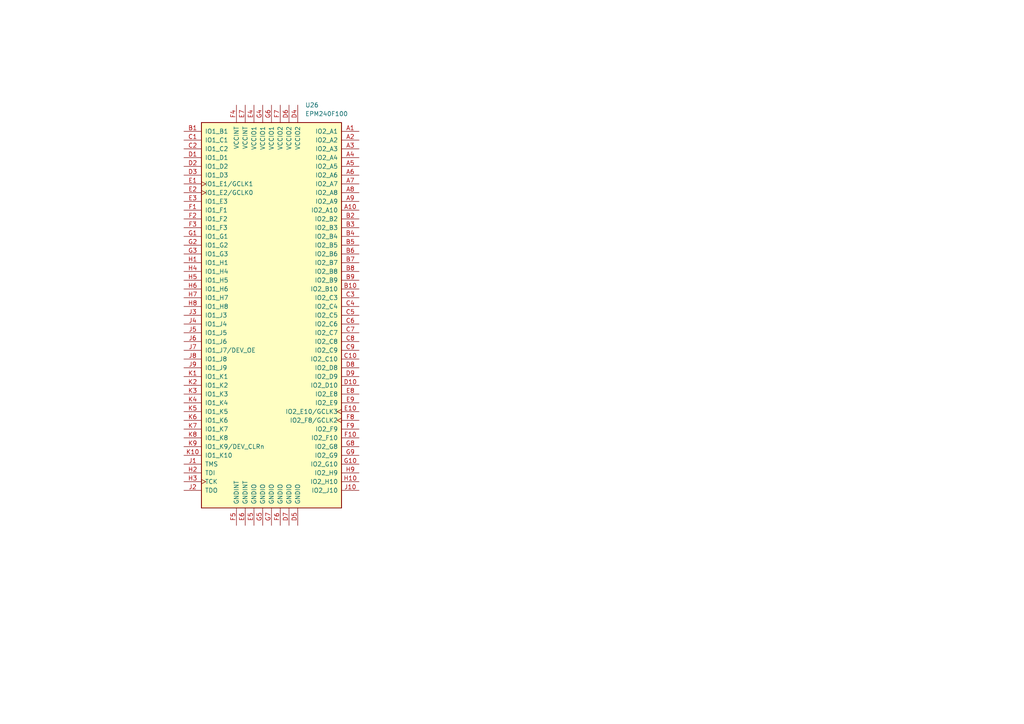
<source format=kicad_sch>
(kicad_sch (version 20250114) (generator "eeschema") (generator_version "9.0")
  (paper "A4")
  (lib_symbols
    (symbol "CPLD_Altera:EPM240F100" (pin_names (offset 1.016))
      (property "Reference" "U" (at 10.16 57.15 0))
      (property "Value" "EPM240F100" (at 10.16 -57.15 0))
      (symbol "EPM240F100_1_1"
        (rectangle (start -20.32 55.88) (end 20.32 -55.88) (stroke (width 0.254)) (fill (type background)))
        (pin bidirectional line (at -25.4 53.34 0) (length 5.08) (name "IO1_B1") (number "B1"))
        (pin bidirectional line (at -25.4 50.8 0) (length 5.08) (name "IO1_C1") (number "C1"))
        (pin bidirectional line (at -25.4 48.26 0) (length 5.08) (name "IO1_C2") (number "C2"))
        (pin bidirectional line (at -25.4 45.72 0) (length 5.08) (name "IO1_D1") (number "D1"))
        (pin bidirectional line (at -25.4 43.18 0) (length 5.08) (name "IO1_D2") (number "D2"))
        (pin bidirectional line (at -25.4 40.64 0) (length 5.08) (name "IO1_D3") (number "D3"))
        (pin bidirectional clock (at -25.4 38.1 0) (length 5.08) (name "IO1_E1/GCLK1") (number "E1"))
        (pin bidirectional clock (at -25.4 35.56 0) (length 5.08) (name "IO1_E2/GCLK0") (number "E2"))
        (pin bidirectional line (at -25.4 33.02 0) (length 5.08) (name "IO1_E3") (number "E3"))
        (pin bidirectional line (at -25.4 30.48 0) (length 5.08) (name "IO1_F1") (number "F1"))
        (pin bidirectional line (at -25.4 27.94 0) (length 5.08) (name "IO1_F2") (number "F2"))
        (pin bidirectional line (at -25.4 25.4 0) (length 5.08) (name "IO1_F3") (number "F3"))
        (pin bidirectional line (at -25.4 22.86 0) (length 5.08) (name "IO1_G1") (number "G1"))
        (pin bidirectional line (at -25.4 20.32 0) (length 5.08) (name "IO1_G2") (number "G2"))
        (pin bidirectional line (at -25.4 17.78 0) (length 5.08) (name "IO1_G3") (number "G3"))
        (pin bidirectional line (at -25.4 15.24 0) (length 5.08) (name "IO1_H1") (number "H1"))
        (pin bidirectional line (at -25.4 12.7 0) (length 5.08) (name "IO1_H4") (number "H4"))
        (pin bidirectional line (at -25.4 10.16 0) (length 5.08) (name "IO1_H5") (number "H5"))
        (pin bidirectional line (at -25.4 7.62 0) (length 5.08) (name "IO1_H6") (number "H6"))
        (pin bidirectional line (at -25.4 5.08 0) (length 5.08) (name "IO1_H7") (number "H7"))
        (pin bidirectional line (at -25.4 2.54 0) (length 5.08) (name "IO1_H8") (number "H8"))
        (pin bidirectional line (at -25.4 0 0) (length 5.08) (name "IO1_J3") (number "J3"))
        (pin bidirectional line (at -25.4 -2.54 0) (length 5.08) (name "IO1_J4") (number "J4"))
        (pin bidirectional line (at -25.4 -5.08 0) (length 5.08) (name "IO1_J5") (number "J5"))
        (pin bidirectional line (at -25.4 -7.62 0) (length 5.08) (name "IO1_J6") (number "J6"))
        (pin bidirectional line (at -25.4 -10.16 0) (length 5.08) (name "IO1_J7/DEV_OE") (number "J7"))
        (pin bidirectional line (at -25.4 -12.7 0) (length 5.08) (name "IO1_J8") (number "J8"))
        (pin bidirectional line (at -25.4 -15.24 0) (length 5.08) (name "IO1_J9") (number "J9"))
        (pin bidirectional line (at -25.4 -17.78 0) (length 5.08) (name "IO1_K1") (number "K1"))
        (pin bidirectional line (at -25.4 -20.32 0) (length 5.08) (name "IO1_K2") (number "K2"))
        (pin bidirectional line (at -25.4 -22.86 0) (length 5.08) (name "IO1_K3") (number "K3"))
        (pin bidirectional line (at -25.4 -25.4 0) (length 5.08) (name "IO1_K4") (number "K4"))
        (pin bidirectional line (at -25.4 -27.94 0) (length 5.08) (name "IO1_K5") (number "K5"))
        (pin bidirectional line (at -25.4 -30.48 0) (length 5.08) (name "IO1_K6") (number "K6"))
        (pin bidirectional line (at -25.4 -33.02 0) (length 5.08) (name "IO1_K7") (number "K7"))
        (pin bidirectional line (at -25.4 -35.56 0) (length 5.08) (name "IO1_K8") (number "K8"))
        (pin bidirectional line (at -25.4 -38.1 0) (length 5.08) (name "IO1_K9/DEV_CLRn") (number "K9"))
        (pin bidirectional line (at -25.4 -40.64 0) (length 5.08) (name "IO1_K10") (number "K10"))
        (pin input line (at -25.4 -43.18 0) (length 5.08) (name "TMS") (number "J1"))
        (pin input line (at -25.4 -45.72 0) (length 5.08) (name "TDI") (number "H2"))
        (pin input clock (at -25.4 -48.26 0) (length 5.08) (name "TCK") (number "H3"))
        (pin output line (at -25.4 -50.8 0) (length 5.08) (name "TDO") (number "J2"))
        (pin power_in line (at -10.16 60.96 270) (length 5.08) (name "VCCINT") (number "F4"))
        (pin power_in line (at -10.16 -60.96 90) (length 5.08) (name "GNDINT") (number "F5"))
        (pin power_in line (at -7.62 60.96 270) (length 5.08) (name "VCCINT") (number "E7"))
        (pin power_in line (at -7.62 -60.96 90) (length 5.08) (name "GNDINT") (number "E6"))
        (pin power_in line (at -5.08 60.96 270) (length 5.08) (name "VCCIO1") (number "E4"))
        (pin power_in line (at -5.08 -60.96 90) (length 5.08) (name "GNDIO") (number "E5"))
        (pin power_in line (at -2.54 60.96 270) (length 5.08) (name "VCCIO1") (number "G4"))
        (pin power_in line (at -2.54 -60.96 90) (length 5.08) (name "GNDIO") (number "G5"))
        (pin power_in line (at 0 60.96 270) (length 5.08) (name "VCCIO1") (number "G6"))
        (pin power_in line (at 0 -60.96 90) (length 5.08) (name "GNDIO") (number "G7"))
        (pin power_in line (at 2.54 60.96 270) (length 5.08) (name "VCCIO2") (number "F7"))
        (pin power_in line (at 2.54 -60.96 90) (length 5.08) (name "GNDIO") (number "F6"))
        (pin power_in line (at 5.08 60.96 270) (length 5.08) (name "VCCIO2") (number "D6"))
        (pin power_in line (at 5.08 -60.96 90) (length 5.08) (name "GNDIO") (number "D7"))
        (pin power_in line (at 7.62 60.96 270) (length 5.08) (name "VCCIO2") (number "D4"))
        (pin power_in line (at 7.62 -60.96 90) (length 5.08) (name "GNDIO") (number "D5"))
        (pin bidirectional line (at 25.4 53.34 180) (length 5.08) (name "IO2_A1") (number "A1"))
        (pin bidirectional line (at 25.4 50.8 180) (length 5.08) (name "IO2_A2") (number "A2"))
        (pin bidirectional line (at 25.4 48.26 180) (length 5.08) (name "IO2_A3") (number "A3"))
        (pin bidirectional line (at 25.4 45.72 180) (length 5.08) (name "IO2_A4") (number "A4"))
        (pin bidirectional line (at 25.4 43.18 180) (length 5.08) (name "IO2_A5") (number "A5"))
        (pin bidirectional line (at 25.4 40.64 180) (length 5.08) (name "IO2_A6") (number "A6"))
        (pin bidirectional line (at 25.4 38.1 180) (length 5.08) (name "IO2_A7") (number "A7"))
        (pin bidirectional line (at 25.4 35.56 180) (length 5.08) (name "IO2_A8") (number "A8"))
        (pin bidirectional line (at 25.4 33.02 180) (length 5.08) (name "IO2_A9") (number "A9"))
        (pin bidirectional line (at 25.4 30.48 180) (length 5.08) (name "IO2_A10") (number "A10"))
        (pin bidirectional line (at 25.4 27.94 180) (length 5.08) (name "IO2_B2") (number "B2"))
        (pin bidirectional line (at 25.4 25.4 180) (length 5.08) (name "IO2_B3") (number "B3"))
        (pin bidirectional line (at 25.4 22.86 180) (length 5.08) (name "IO2_B4") (number "B4"))
        (pin bidirectional line (at 25.4 20.32 180) (length 5.08) (name "IO2_B5") (number "B5"))
        (pin bidirectional line (at 25.4 17.78 180) (length 5.08) (name "IO2_B6") (number "B6"))
        (pin bidirectional line (at 25.4 15.24 180) (length 5.08) (name "IO2_B7") (number "B7"))
        (pin bidirectional line (at 25.4 12.7 180) (length 5.08) (name "IO2_B8") (number "B8"))
        (pin bidirectional line (at 25.4 10.16 180) (length 5.08) (name "IO2_B9") (number "B9"))
        (pin bidirectional line (at 25.4 7.62 180) (length 5.08) (name "IO2_B10") (number "B10"))
        (pin bidirectional line (at 25.4 5.08 180) (length 5.08) (name "IO2_C3") (number "C3"))
        (pin bidirectional line (at 25.4 2.54 180) (length 5.08) (name "IO2_C4") (number "C4"))
        (pin bidirectional line (at 25.4 0 180) (length 5.08) (name "IO2_C5") (number "C5"))
        (pin bidirectional line (at 25.4 -2.54 180) (length 5.08) (name "IO2_C6") (number "C6"))
        (pin bidirectional line (at 25.4 -5.08 180) (length 5.08) (name "IO2_C7") (number "C7"))
        (pin bidirectional line (at 25.4 -7.62 180) (length 5.08) (name "IO2_C8") (number "C8"))
        (pin bidirectional line (at 25.4 -10.16 180) (length 5.08) (name "IO2_C9") (number "C9"))
        (pin bidirectional line (at 25.4 -12.7 180) (length 5.08) (name "IO2_C10") (number "C10"))
        (pin bidirectional line (at 25.4 -15.24 180) (length 5.08) (name "IO2_D8") (number "D8"))
        (pin bidirectional line (at 25.4 -17.78 180) (length 5.08) (name "IO2_D9") (number "D9"))
        (pin bidirectional line (at 25.4 -20.32 180) (length 5.08) (name "IO2_D10") (number "D10"))
        (pin bidirectional line (at 25.4 -22.86 180) (length 5.08) (name "IO2_E8") (number "E8"))
        (pin bidirectional line (at 25.4 -25.4 180) (length 5.08) (name "IO2_E9") (number "E9"))
        (pin bidirectional clock (at 25.4 -27.94 180) (length 5.08) (name "IO2_E10/GCLK3") (number "E10"))
        (pin bidirectional clock (at 25.4 -30.48 180) (length 5.08) (name "IO2_F8/GCLK2") (number "F8"))
        (pin bidirectional line (at 25.4 -33.02 180) (length 5.08) (name "IO2_F9") (number "F9"))
        (pin bidirectional line (at 25.4 -35.56 180) (length 5.08) (name "IO2_F10") (number "F10"))
        (pin bidirectional line (at 25.4 -38.1 180) (length 5.08) (name "IO2_G8") (number "G8"))
        (pin bidirectional line (at 25.4 -40.64 180) (length 5.08) (name "IO2_G9") (number "G9"))
        (pin bidirectional line (at 25.4 -43.18 180) (length 5.08) (name "IO2_G10") (number "G10"))
        (pin bidirectional line (at 25.4 -45.72 180) (length 5.08) (name "IO2_H9") (number "H9"))
        (pin bidirectional line (at 25.4 -48.26 180) (length 5.08) (name "IO2_H10") (number "H10"))
        (pin bidirectional line (at 25.4 -50.8 180) (length 5.08) (name "IO2_J10") (number "J10"))
      )
    )
  )
  (symbol (lib_id "CPLD_Altera:EPM240F100") (at 78.74 91.44 0) (unit 1)
    (property "Reference" "U26" (at 88.5033 30.48 0) (effects (justify left)))
    (property "Value" "EPM240F100" (at 88.5033 33.02 0) (effects (justify left)))
    (property "Footprint" "Package_BGA:BGA-100_11.0x11.0mm_Layout10x10_P1.0mm_Ball0.5mm_Pad0.4mm_NSMD" (effects (hide yes)))
    (property "Datasheet" "https://www.altera.com/content/dam/altera-www/global/en_US/pdfs/literature/hb/max2/max2_mii5v1.pdf" (effects (hide yes)))
    (property "Description" "Altera MAX2 CPLD with 240 LE" (effects (hide yes)))
  )
)
</source>
